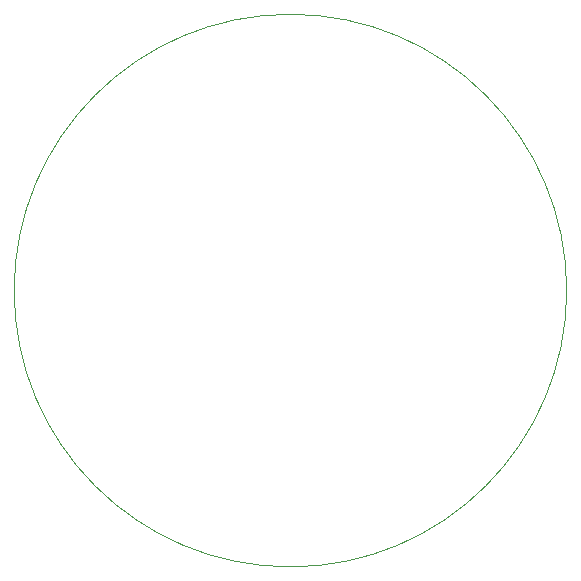
<source format=gbr>
%TF.GenerationSoftware,KiCad,Pcbnew,8.0.9*%
%TF.CreationDate,2025-12-11T14:47:33+01:00*%
%TF.ProjectId,Project,50726f6a-6563-4742-9e6b-696361645f70,rev?*%
%TF.SameCoordinates,Original*%
%TF.FileFunction,Profile,NP*%
%FSLAX46Y46*%
G04 Gerber Fmt 4.6, Leading zero omitted, Abs format (unit mm)*
G04 Created by KiCad (PCBNEW 8.0.9) date 2025-12-11 14:47:33*
%MOMM*%
%LPD*%
G01*
G04 APERTURE LIST*
%TA.AperFunction,Profile*%
%ADD10C,0.050000*%
%TD*%
G04 APERTURE END LIST*
D10*
X183032414Y-66878200D02*
G75*
G02*
X136245586Y-66878200I-23393414J0D01*
G01*
X136245586Y-66878200D02*
G75*
G02*
X183032414Y-66878200I23393414J0D01*
G01*
M02*

</source>
